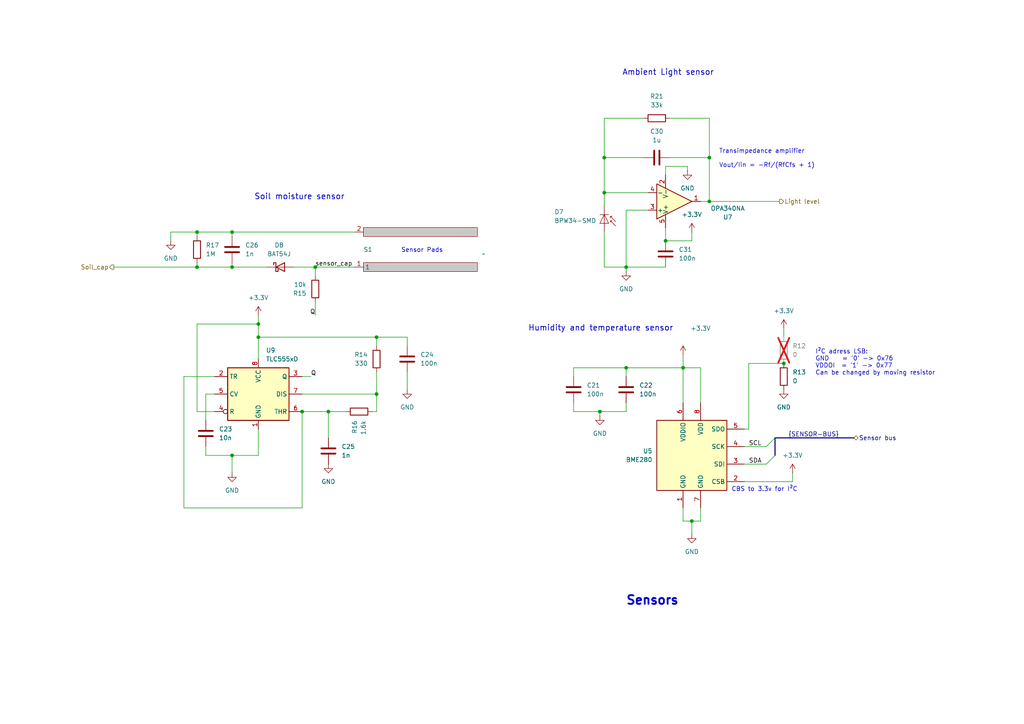
<source format=kicad_sch>
(kicad_sch (version 20231120) (generator "eeschema") (generator_version "8.0")
  (paper "A4")
  (lib_symbols
    (symbol "Amplifier_Operational:OPA340NA" (pin_names (offset 0.127))
      (property "Reference" "U" (at -1.27 6.35 0))
      (property "Value" "OPA340NA" (at -1.27 3.81 0))
      (symbol "OPA340NA_0_1"
        (polyline (pts (xy -5.08 5.08) (xy 5.08 0) (xy -5.08 -5.08) (xy -5.08 5.08)) (stroke (width 0.254)) (fill (type background)))
        (pin power_in line (at -2.54 -7.62 90) (length 3.81) (name "V-") (number "2"))
        (pin power_in line (at -2.54 7.62 270) (length 3.81) (name "V+") (number "5"))
      )
      (symbol "OPA340NA_1_1"
        (pin output line (at 7.62 0 180) (length 2.54) (name "~") (number "1"))
        (pin input line (at -7.62 2.54 0) (length 2.54) (name "+") (number "3"))
        (pin input line (at -7.62 -2.54 0) (length 2.54) (name "-") (number "4"))
      )
    )
    (symbol "Device:C" (pin_numbers hide) (pin_names (offset 0.254))
      (property "Reference" "C" (at 0.635 2.54 0))
      (property "Value" "C" (at 0.635 -2.54 0))
      (symbol "C_0_1"
        (polyline (pts (xy -2.032 -0.762) (xy 2.032 -0.762)) (stroke (width 0.508)))
        (polyline (pts (xy -2.032 0.762) (xy 2.032 0.762)) (stroke (width 0.508)))
      )
      (symbol "C_1_1"
        (pin passive line (at 0 3.81 270) (length 2.794) (name "~") (number "1"))
        (pin passive line (at 0 -3.81 90) (length 2.794) (name "~") (number "2"))
      )
    )
    (symbol "Device:R" (pin_numbers hide) (pin_names (offset 0))
      (property "Reference" "R" (at 2.032 0 90))
      (property "Value" "R" (at 0 0 90))
      (symbol "R_0_1"
        (rectangle (start -1.016 -2.54) (end 1.016 2.54) (stroke (width 0.254)))
      )
      (symbol "R_1_1"
        (pin passive line (at 0 3.81 270) (length 1.27) (name "~") (number "1"))
        (pin passive line (at 0 -3.81 90) (length 1.27) (name "~") (number "2"))
      )
    )
    (symbol "Diode:BAT54J" (pin_numbers hide) (pin_names (offset 1.016) hide)
      (property "Reference" "D" (at 0 2.54 0))
      (property "Value" "BAT54J" (at 0 -2.54 0))
      (symbol "BAT54J_0_1"
        (polyline (pts (xy 1.27 0) (xy -1.27 0)))
        (polyline (pts (xy 1.27 1.27) (xy 1.27 -1.27) (xy -1.27 0) (xy 1.27 1.27)) (stroke (width 0.254)))
        (polyline (pts (xy -1.905 0.635) (xy -1.905 1.27) (xy -1.27 1.27) (xy -1.27 -1.27) (xy -0.635 -1.27) (xy -0.635 -0.635)) (stroke (width 0.254)))
      )
      (symbol "BAT54J_1_1"
        (pin passive line (at -3.81 0 0) (length 2.54) (name "K") (number "1"))
        (pin passive line (at 3.81 0 180) (length 2.54) (name "A") (number "2"))
      )
    )
    (symbol "New_Library:Capacative_sensor"
      (property "Reference" "S" (at 2.54 -2.54 0))
      (symbol "Capacative_sensor_1_1"
        (rectangle (start 0 -3.81) (end 33.02 -6.35) (fill (type color) (color 200 200 200 1)))
        (rectangle (start 0 6.35) (end 33.02 3.81) (fill (type color) (color 200 200 200 1)))
        (pin bidirectional line (at -2.54 -5.08 0) (length 2.54) (name "1") (number "1"))
        (pin bidirectional line (at -2.54 5.08 0) (length 2.54) (name "") (number "2"))
      )
    )
    (symbol "Sensor:BME280"
      (property "Reference" "U" (at -8.89 11.43 0))
      (property "Value" "BME280" (at 7.62 11.43 0))
      (symbol "BME280_0_1"
        (rectangle (start -10.16 10.16) (end 10.16 -10.16) (stroke (width 0.254)) (fill (type background)))
      )
      (symbol "BME280_1_1"
        (pin power_in line (at -2.54 -15.24 90) (length 5.08) (name "GND") (number "1"))
        (pin input line (at 15.24 -7.62 180) (length 5.08) (name "CSB") (number "2"))
        (pin bidirectional line (at 15.24 -2.54 180) (length 5.08) (name "SDI") (number "3"))
        (pin input line (at 15.24 2.54 180) (length 5.08) (name "SCK") (number "4"))
        (pin bidirectional line (at 15.24 7.62 180) (length 5.08) (name "SDO") (number "5"))
        (pin power_in line (at -2.54 15.24 270) (length 5.08) (name "VDDIO") (number "6"))
        (pin power_in line (at 2.54 -15.24 90) (length 5.08) (name "GND") (number "7"))
        (pin power_in line (at 2.54 15.24 270) (length 5.08) (name "VDD") (number "8"))
      )
    )
    (symbol "Sensor_Optical:BPW34-SMD" (pin_numbers hide) (pin_names (offset 1.016) hide)
      (property "Reference" "D" (at 0.508 1.778 0))
      (property "Value" "BPW34-SMD" (at -1.016 -2.794 0))
      (symbol "BPW34-SMD_0_1"
        (polyline (pts (xy -2.54 1.27) (xy -2.54 -1.27)) (stroke (width 0.1524)))
        (polyline (pts (xy -2.032 1.778) (xy -1.524 1.778)))
        (polyline (pts (xy 0 -1.27) (xy 0 1.27)))
        (polyline (pts (xy 0 0) (xy -2.54 0)))
        (polyline (pts (xy -0.508 3.302) (xy -2.032 1.778) (xy -2.032 2.286)))
        (polyline (pts (xy 0 1.27) (xy -2.54 0) (xy 0 -1.27)))
        (polyline (pts (xy 0.762 3.302) (xy -0.762 1.778) (xy -0.762 2.286) (xy -0.762 1.778) (xy -0.254 1.778)))
      )
      (symbol "BPW34-SMD_1_1"
        (pin passive line (at -5.08 0 0) (length 2.54) (name "K") (number "1"))
        (pin passive line (at 2.54 0 180) (length 2.54) (name "A") (number "2"))
      )
    )
    (symbol "Timer:TLC555xD"
      (property "Reference" "U" (at -10.16 8.89 0))
      (property "Value" "TLC555xD" (at 2.54 8.89 0))
      (symbol "TLC555xD_0_0"
        (pin power_in line (at 0 -10.16 90) (length 2.54) (name "GND") (number "1"))
        (pin power_in line (at 0 10.16 270) (length 2.54) (name "VCC") (number "8"))
      )
      (symbol "TLC555xD_0_1"
        (rectangle (start -8.89 -7.62) (end 8.89 7.62) (stroke (width 0.254)) (fill (type background)))
        (rectangle (start -8.89 -7.62) (end 8.89 7.62) (stroke (width 0.254)) (fill (type background)))
      )
      (symbol "TLC555xD_1_1"
        (pin input line (at -12.7 5.08 0) (length 3.81) (name "TR") (number "2"))
        (pin output line (at 12.7 5.08 180) (length 3.81) (name "Q") (number "3"))
        (pin input inverted (at -12.7 -5.08 0) (length 3.81) (name "R") (number "4"))
        (pin input line (at -12.7 0 0) (length 3.81) (name "CV") (number "5"))
        (pin input line (at 12.7 -5.08 180) (length 3.81) (name "THR") (number "6"))
        (pin input line (at 12.7 0 180) (length 3.81) (name "DIS") (number "7"))
      )
    )
    (symbol "power:+3.3V" (power) (pin_numbers hide) (pin_names (offset 0) hide)
      (property "Value" "+3.3V" (at 0 3.556 0))
      (symbol "+3.3V_0_1"
        (polyline (pts (xy -0.762 1.27) (xy 0 2.54)))
        (polyline (pts (xy 0 0) (xy 0 2.54)))
        (polyline (pts (xy 0 2.54) (xy 0.762 1.27)))
      )
      (symbol "+3.3V_1_1"
        (pin power_in line (at 0 0 90) (length 0) (name "~") (number "1"))
      )
    )
    (symbol "power:GND" (power) (pin_numbers hide) (pin_names (offset 0) hide)
      (property "Value" "GND" (at 0 -3.81 0))
      (symbol "GND_0_1"
        (polyline (pts (xy 0 0) (xy 0 -1.27) (xy 1.27 -1.27) (xy 0 -2.54) (xy -1.27 -1.27) (xy 0 -1.27)))
      )
      (symbol "GND_1_1"
        (pin power_in line (at 0 0 270) (length 0) (name "~") (number "1"))
      )
    )
  )
  (junction (at 175.26 55.88))
  (junction (at 74.93 93.98))
  (junction (at 87.63 119.38))
  (junction (at 109.22 97.79))
  (junction (at 205.74 45.72))
  (junction (at 227.33 105.41))
  (junction (at 175.26 45.72))
  (junction (at 193.04 69.85))
  (junction (at 200.66 151.13))
  (junction (at 198.12 106.68))
  (junction (at 67.31 132.08))
  (junction (at 205.74 58.42))
  (junction (at 173.99 119.38))
  (junction (at 67.31 67.31))
  (junction (at 57.15 67.31))
  (junction (at 181.61 106.68))
  (junction (at 109.22 114.3))
  (junction (at 57.15 77.47))
  (junction (at 91.44 77.47))
  (junction (at 95.25 119.38))
  (junction (at 74.93 97.79))
  (junction (at 67.31 77.47))
  (junction (at 181.61 77.47))
  (bus_entry (at 224.79 127) (size -2.54 2.54))
  (bus_entry (at 224.79 132.08) (size -2.54 2.54))
  (wire (pts (xy 87.63 109.22) (xy 90.17 109.22)))
  (wire (pts (xy 77.47 77.47) (xy 67.31 77.47)))
  (wire (pts (xy 203.2 58.42) (xy 205.74 58.42)))
  (wire (pts (xy 59.69 114.3) (xy 59.69 121.92)))
  (wire (pts (xy 49.53 67.31) (xy 57.15 67.31)))
  (wire (pts (xy 62.23 114.3) (xy 59.69 114.3)))
  (wire (pts (xy 181.61 78.74) (xy 181.61 77.47)))
  (wire (pts (xy 205.74 58.42) (xy 226.06 58.42)))
  (wire (pts (xy 102.87 77.47) (xy 91.44 77.47)))
  (wire (pts (xy 193.04 48.26) (xy 199.39 48.26)))
  (wire (pts (xy 109.22 119.38) (xy 109.22 114.3)))
  (wire (pts (xy 198.12 147.32) (xy 198.12 151.13)))
  (wire (pts (xy 95.25 119.38) (xy 95.25 127)))
  (wire (pts (xy 217.17 124.46) (xy 217.17 105.41)))
  (wire (pts (xy 200.66 154.94) (xy 200.66 151.13)))
  (wire (pts (xy 181.61 60.96) (xy 181.61 77.47)))
  (wire (pts (xy 74.93 97.79) (xy 74.93 104.14)))
  (wire (pts (xy 186.69 45.72) (xy 175.26 45.72)))
  (wire (pts (xy 67.31 132.08) (xy 74.93 132.08)))
  (wire (pts (xy 200.66 69.85) (xy 193.04 69.85)))
  (wire (pts (xy 203.2 106.68) (xy 198.12 106.68)))
  (wire (pts (xy 57.15 77.47) (xy 33.02 77.47)))
  (wire (pts (xy 95.25 119.38) (xy 100.33 119.38)))
  (wire (pts (xy 87.63 119.38) (xy 87.63 147.32)))
  (wire (pts (xy 193.04 66.04) (xy 193.04 69.85)))
  (wire (pts (xy 49.53 69.85) (xy 49.53 67.31)))
  (wire (pts (xy 217.17 105.41) (xy 227.33 105.41)))
  (wire (pts (xy 57.15 93.98) (xy 74.93 93.98)))
  (wire (pts (xy 194.31 34.29) (xy 205.74 34.29)))
  (wire (pts (xy 215.9 129.54) (xy 222.25 129.54)))
  (wire (pts (xy 215.9 134.62) (xy 222.25 134.62)))
  (wire (pts (xy 57.15 68.58) (xy 57.15 67.31)))
  (wire (pts (xy 175.26 45.72) (xy 175.26 55.88)))
  (wire (pts (xy 67.31 132.08) (xy 67.31 137.16)))
  (wire (pts (xy 53.34 109.22) (xy 62.23 109.22)))
  (wire (pts (xy 74.93 124.46) (xy 74.93 132.08)))
  (wire (pts (xy 91.44 87.63) (xy 91.44 91.44)))
  (wire (pts (xy 203.2 151.13) (xy 200.66 151.13)))
  (wire (pts (xy 74.93 93.98) (xy 74.93 97.79)))
  (wire (pts (xy 74.93 97.79) (xy 109.22 97.79)))
  (wire (pts (xy 67.31 67.31) (xy 102.87 67.31)))
  (bus (pts (xy 224.79 127) (xy 247.65 127)))
  (wire (pts (xy 173.99 120.65) (xy 173.99 119.38)))
  (wire (pts (xy 200.66 151.13) (xy 198.12 151.13)))
  (wire (pts (xy 87.63 147.32) (xy 53.34 147.32)))
  (wire (pts (xy 175.26 34.29) (xy 175.26 45.72)))
  (wire (pts (xy 57.15 77.47) (xy 67.31 77.47)))
  (wire (pts (xy 205.74 45.72) (xy 194.31 45.72)))
  (wire (pts (xy 181.61 77.47) (xy 193.04 77.47)))
  (wire (pts (xy 109.22 97.79) (xy 118.11 97.79)))
  (wire (pts (xy 57.15 119.38) (xy 62.23 119.38)))
  (wire (pts (xy 186.69 34.29) (xy 175.26 34.29)))
  (wire (pts (xy 85.09 77.47) (xy 91.44 77.47)))
  (wire (pts (xy 181.61 106.68) (xy 166.37 106.68)))
  (wire (pts (xy 166.37 106.68) (xy 166.37 109.22)))
  (wire (pts (xy 203.2 147.32) (xy 203.2 151.13)))
  (wire (pts (xy 175.26 77.47) (xy 181.61 77.47)))
  (wire (pts (xy 198.12 102.87) (xy 198.12 106.68)))
  (wire (pts (xy 198.12 106.68) (xy 181.61 106.68)))
  (wire (pts (xy 198.12 116.84) (xy 198.12 106.68)))
  (wire (pts (xy 118.11 97.79) (xy 118.11 100.33)))
  (wire (pts (xy 215.9 124.46) (xy 217.17 124.46)))
  (wire (pts (xy 107.95 119.38) (xy 109.22 119.38)))
  (wire (pts (xy 57.15 77.47) (xy 57.15 76.2)))
  (wire (pts (xy 57.15 67.31) (xy 67.31 67.31)))
  (wire (pts (xy 87.63 119.38) (xy 95.25 119.38)))
  (wire (pts (xy 181.61 106.68) (xy 181.61 109.22)))
  (wire (pts (xy 175.26 67.31) (xy 175.26 77.47)))
  (wire (pts (xy 91.44 80.01) (xy 91.44 77.47)))
  (wire (pts (xy 227.33 95.25) (xy 227.33 97.79)))
  (wire (pts (xy 199.39 48.26) (xy 199.39 49.53)))
  (wire (pts (xy 200.66 67.31) (xy 200.66 69.85)))
  (wire (pts (xy 67.31 76.2) (xy 67.31 77.47)))
  (wire (pts (xy 215.9 139.7) (xy 229.87 139.7)))
  (wire (pts (xy 59.69 132.08) (xy 67.31 132.08)))
  (wire (pts (xy 181.61 119.38) (xy 173.99 119.38)))
  (wire (pts (xy 205.74 34.29) (xy 205.74 45.72)))
  (wire (pts (xy 166.37 119.38) (xy 166.37 116.84)))
  (wire (pts (xy 87.63 114.3) (xy 109.22 114.3)))
  (wire (pts (xy 74.93 91.44) (xy 74.93 93.98)))
  (wire (pts (xy 57.15 93.98) (xy 57.15 119.38)))
  (wire (pts (xy 109.22 107.95) (xy 109.22 114.3)))
  (wire (pts (xy 67.31 68.58) (xy 67.31 67.31)))
  (wire (pts (xy 173.99 119.38) (xy 166.37 119.38)))
  (wire (pts (xy 53.34 109.22) (xy 53.34 147.32)))
  (wire (pts (xy 229.87 137.16) (xy 229.87 139.7)))
  (bus (pts (xy 224.79 127) (xy 224.79 132.08)))
  (wire (pts (xy 175.26 55.88) (xy 175.26 59.69)))
  (wire (pts (xy 175.26 55.88) (xy 187.96 55.88)))
  (wire (pts (xy 181.61 116.84) (xy 181.61 119.38)))
  (wire (pts (xy 205.74 45.72) (xy 205.74 58.42)))
  (wire (pts (xy 59.69 129.54) (xy 59.69 132.08)))
  (wire (pts (xy 203.2 116.84) (xy 203.2 106.68)))
  (wire (pts (xy 118.11 107.95) (xy 118.11 113.03)))
  (wire (pts (xy 187.96 60.96) (xy 181.61 60.96)))
  (wire (pts (xy 109.22 97.79) (xy 109.22 100.33)))
  (wire (pts (xy 193.04 48.26) (xy 193.04 50.8)))
  (text "CBS to 3.3v for I²C" (at 221.742 141.986 0) (effects (font (size 1.27 1.27))))
  (text "Sensor Pads" (at 122.428 72.644 0) (effects (font (size 1.27 1.27))))
  (text "I²C adress LSB:\nGND    = '0' -> 0x76\nVDDOI  = '1' -> 0x77\nCan be changed by moving resistor" (at 236.474 105.156 0) (effects (font (size 1.27 1.27)) (justify left)))
  (text "Soil moisture sensor" (at 86.868 57.15 0) (effects (font (size 1.651 1.651) (thickness 0.2064))))
  (text "Transimpedance amplifier\n\nVout/Iin = -Rf/(RfCfs + 1)" (at 208.534 45.974 0) (effects (font (size 1.27 1.27)) (justify left)))
  (text "Humidity and temperature sensor" (at 174.244 95.25 0) (effects (font (size 1.651 1.651) (thickness 0.2064))))
  (text "Sensors" (at 189.23 174.244 0) (effects (font (size 2.54 2.54) (thickness 0.508) (bold yes))))
  (text "Ambient Light sensor" (at 193.802 21.082 0) (effects (font (size 1.651 1.651) (thickness 0.2064))))
  (label "SCL" (at 217.17 129.54 0))
  (label "Q" (at 91.44 91.44 180))
  (label "Q" (at 90.17 109.22 0))
  (label "SDA" (at 217.17 134.62 0))
  (label "{SENSOR-BUS}" (at 228.6 127 0))
  (label "sensor_cap" (at 91.44 77.47 0))
  (hierarchical_label "Soil_cap" (shape output) (at 33.02 77.47 180))
  (hierarchical_label "Sensor bus" (shape bidirectional) (at 247.65 127 0))
  (hierarchical_label "Light level" (shape output) (at 226.06 58.42 0))
  (symbol (lib_id "power:GND") (at 199.39 49.53 0) (unit 1)
    (property "Reference" "#PWR058" (effects (hide yes)))
    (property "Value" "GND" (at 199.39 54.61 0))
    (property "Description" "Power symbol creates a global label with name \"GND\" , ground" (effects (hide yes)))
  )
  (symbol (lib_id "Device:R") (at 104.14 119.38 270) (mirror x) (unit 1)
    (property "Reference" "R16" (at 102.8699 121.92 0) (effects (justify right)))
    (property "Value" "1.6k" (at 105.4099 121.92 0) (effects (justify right)))
    (property "Footprint" "Resistor_SMD:R_0603_1608Metric" (effects (hide yes)))
    (property "Description" "Resistor" (effects (hide yes)))
  )
  (symbol (lib_id "Device:C") (at 166.37 113.03 0) (unit 1)
    (property "Reference" "C21" (at 170.18 111.7599 0) (effects (justify left)))
    (property "Value" "100n" (at 170.18 114.2999 0) (effects (justify left)))
    (property "Footprint" "Capacitor_SMD:C_0402_1005Metric" (effects (hide yes)))
    (property "Description" "Unpolarized capacitor" (effects (hide yes)))
  )
  (symbol (lib_id "power:GND") (at 173.99 120.65 0) (unit 1)
    (property "Reference" "#PWR039" (effects (hide yes)))
    (property "Value" "GND" (at 173.99 125.73 0))
    (property "Description" "Power symbol creates a global label with name \"GND\" , ground" (effects (hide yes)))
  )
  (symbol (lib_id "Device:R") (at 91.44 83.82 180) (unit 1)
    (property "Reference" "R15" (at 88.9 85.0901 0) (effects (justify left)))
    (property "Value" "10k" (at 88.9 82.5501 0) (effects (justify left)))
    (property "Footprint" "Resistor_SMD:R_0402_1005Metric" (effects (hide yes)))
    (property "Description" "Resistor" (effects (hide yes)))
  )
  (symbol (lib_id "Device:R") (at 227.33 101.6 0) (unit 1) (in_bom no) (dnp yes)
    (property "Reference" "R12" (at 229.87 100.3299 0) (effects (justify left)))
    (property "Value" "0" (at 229.87 102.8699 0) (effects (justify left)))
    (property "Footprint" "Resistor_SMD:R_0603_1608Metric" (effects (hide yes)))
    (property "Description" "Resistor" (effects (hide yes)))
  )
  (symbol (lib_id "Device:C") (at 193.04 73.66 0) (unit 1)
    (property "Reference" "C31" (at 196.85 72.3899 0) (effects (justify left)))
    (property "Value" "100n" (at 196.85 74.9299 0) (effects (justify left)))
    (property "Footprint" "Capacitor_SMD:C_0402_1005Metric" (effects (hide yes)))
    (property "Description" "Unpolarized capacitor" (effects (hide yes)))
  )
  (symbol (lib_id "power:GND") (at 95.25 134.62 0) (unit 1)
    (property "Reference" "#PWR048" (effects (hide yes)))
    (property "Value" "GND" (at 95.25 139.7 0))
    (property "Description" "Power symbol creates a global label with name \"GND\" , ground" (effects (hide yes)))
  )
  (symbol (lib_id "Device:R") (at 190.5 34.29 90) (unit 1)
    (property "Reference" "R21" (at 190.5 27.94 90))
    (property "Value" "33k" (at 190.5 30.48 90))
    (property "Footprint" "Resistor_SMD:R_0402_1005Metric" (effects (hide yes)))
    (property "Description" "Resistor" (effects (hide yes)))
  )
  (symbol (lib_id "Device:C") (at 59.69 125.73 0) (unit 1)
    (property "Reference" "C23" (at 63.5 124.4599 0) (effects (justify left)))
    (property "Value" "10n" (at 63.5 126.9999 0) (effects (justify left)))
    (property "Footprint" "Capacitor_SMD:C_0402_1005Metric" (effects (hide yes)))
    (property "Description" "Unpolarized capacitor" (effects (hide yes)))
  )
  (symbol (lib_id "Sensor:BME280") (at 200.66 132.08 0) (unit 1)
    (property "Reference" "U5" (at 189.23 130.8099 0) (effects (justify right)))
    (property "Value" "BME280" (at 189.23 133.3499 0) (effects (justify right)))
    (property "Footprint" "Package_LGA:Bosch_LGA-8_2.5x2.5mm_P0.65mm_ClockwisePinNumbering" (effects (hide yes)))
    (property "Datasheet" "https://www.bosch-sensortec.com/media/boschsensortec/downloads/datasheets/bst-bme280-ds002.pdf" (effects (hide yes)))
    (property "Description" "3-in-1 sensor, humidity, pressure, temperature, I2C and SPI interface, 1.71-3.6V, LGA-8" (effects (hide yes)))
  )
  (symbol (lib_id "power:GND") (at 181.61 78.74 0) (unit 1)
    (property "Reference" "#PWR060" (effects (hide yes)))
    (property "Value" "GND" (at 181.61 83.82 0))
    (property "Description" "Power symbol creates a global label with name \"GND\" , ground" (effects (hide yes)))
  )
  (symbol (lib_id "Device:C") (at 190.5 45.72 90) (unit 1)
    (property "Reference" "C30" (at 190.5 38.1 90))
    (property "Value" "1u" (at 190.5 40.64 90))
    (property "Footprint" "Capacitor_SMD:C_0603_1608Metric" (effects (hide yes)))
    (property "Description" "Unpolarized capacitor" (effects (hide yes)))
  )
  (symbol (lib_id "Diode:BAT54J") (at 81.28 77.47 0) (unit 1)
    (property "Reference" "D8" (at 80.9625 71.12 0))
    (property "Value" "BAT54J" (at 80.9625 73.66 0))
    (property "Footprint" "Diode_SMD:D_SOD-323F" (effects (hide yes)))
    (property "Datasheet" "https://assets.nexperia.com/documents/data-sheet/BAT54J.pdf" (effects (hide yes)))
    (property "Description" "30V 200mA Schottky diode, SOD-323F" (effects (hide yes)))
  )
  (symbol (lib_id "power:GND") (at 227.33 113.03 0) (unit 1)
    (property "Reference" "#PWR043" (effects (hide yes)))
    (property "Value" "GND" (at 227.33 118.11 0))
    (property "Description" "Power symbol creates a global label with name \"GND\" , ground" (effects (hide yes)))
  )
  (symbol (lib_id "power:GND") (at 200.66 154.94 0) (unit 1)
    (property "Reference" "#PWR041" (effects (hide yes)))
    (property "Value" "GND" (at 200.66 160.02 0))
    (property "Description" "Power symbol creates a global label with name \"GND\" , ground" (effects (hide yes)))
  )
  (symbol (lib_id "Device:C") (at 95.25 130.81 0) (unit 1)
    (property "Reference" "C25" (at 99.06 129.5399 0) (effects (justify left)))
    (property "Value" "1n" (at 99.06 132.0799 0) (effects (justify left)))
    (property "Footprint" "Capacitor_SMD:C_0402_1005Metric" (effects (hide yes)))
    (property "Description" "Unpolarized capacitor" (effects (hide yes)))
  )
  (symbol (lib_id "Device:C") (at 118.11 104.14 0) (unit 1)
    (property "Reference" "C24" (at 121.92 102.8699 0) (effects (justify left)))
    (property "Value" "100n" (at 121.92 105.4099 0) (effects (justify left)))
    (property "Footprint" "Capacitor_SMD:C_0402_1005Metric" (effects (hide yes)))
    (property "Description" "Unpolarized capacitor" (effects (hide yes)))
  )
  (symbol (lib_id "power:+3.3V") (at 74.93 91.44 0) (unit 1)
    (property "Reference" "#PWR045" (effects (hide yes)))
    (property "Value" "+3.3V" (at 74.93 86.36 0))
    (property "Description" "Power symbol creates a global label with name \"+3.3V\"" (effects (hide yes)))
  )
  (symbol (lib_id "power:+3.3V") (at 198.12 102.87 0) (unit 1)
    (property "Reference" "#PWR040" (effects (hide yes)))
    (property "Value" "+3.3V" (at 203.2 95.25 0))
    (property "Description" "Power symbol creates a global label with name \"+3.3V\"" (effects (hide yes)))
  )
  (symbol (lib_id "power:+3.3V") (at 227.33 95.25 0) (unit 1)
    (property "Reference" "#PWR042" (effects (hide yes)))
    (property "Value" "+3.3V" (at 227.33 90.17 0))
    (property "Description" "Power symbol creates a global label with name \"+3.3V\"" (effects (hide yes)))
  )
  (symbol (lib_id "power:+3.3V") (at 200.66 67.31 0) (unit 1)
    (property "Reference" "#PWR059" (effects (hide yes)))
    (property "Value" "+3.3V" (at 200.66 62.23 0))
    (property "Description" "Power symbol creates a global label with name \"+3.3V\"" (effects (hide yes)))
  )
  (symbol (lib_id "Device:R") (at 227.33 109.22 0) (unit 1)
    (property "Reference" "R13" (at 229.87 107.9499 0) (effects (justify left)))
    (property "Value" "0" (at 229.87 110.4899 0) (effects (justify left)))
    (property "Footprint" "Resistor_SMD:R_0603_1608Metric" (effects (hide yes)))
    (property "Description" "Resistor" (effects (hide yes)))
  )
  (symbol (lib_id "power:GND") (at 118.11 113.03 0) (unit 1)
    (property "Reference" "#PWR047" (effects (hide yes)))
    (property "Value" "GND" (at 118.11 118.11 0))
    (property "Description" "Power symbol creates a global label with name \"GND\" , ground" (effects (hide yes)))
  )
  (symbol (lib_id "Device:R") (at 57.15 72.39 0) (unit 1)
    (property "Reference" "R17" (at 59.69 71.1199 0) (effects (justify left)))
    (property "Value" "1M" (at 59.69 73.6599 0) (effects (justify left)))
    (property "Footprint" "Resistor_SMD:R_0402_1005Metric" (effects (hide yes)))
    (property "Description" "Resistor" (effects (hide yes)))
  )
  (symbol (lib_id "power:GND") (at 49.53 69.85 0) (unit 1)
    (property "Reference" "#PWR049" (effects (hide yes)))
    (property "Value" "GND" (at 49.53 74.93 0))
    (property "Description" "Power symbol creates a global label with name \"GND\" , ground" (effects (hide yes)))
  )
  (symbol (lib_id "power:+3.3V") (at 229.87 137.16 0) (unit 1)
    (property "Reference" "#PWR044" (effects (hide yes)))
    (property "Value" "+3.3V" (at 229.87 132.08 0))
    (property "Description" "Power symbol creates a global label with name \"+3.3V\"" (effects (hide yes)))
  )
  (symbol (lib_id "Device:C") (at 67.31 72.39 0) (unit 1)
    (property "Reference" "C26" (at 71.12 71.1199 0) (effects (justify left)))
    (property "Value" "1n" (at 71.12 73.6599 0) (effects (justify left)))
    (property "Footprint" "Capacitor_SMD:C_0402_1005Metric" (effects (hide yes)))
    (property "Description" "Unpolarized capacitor" (effects (hide yes)))
  )
  (symbol (lib_id "New_Library:Capacative_sensor") (at 105.41 72.39 0) (unit 1)
    (property "Reference" "S1" (at 105.41 72.39 0) (effects (justify left)))
    (property "Value" "~" (at 139.7 73.66 0) (effects (justify left)))
    (property "Footprint" "Project_Library:Moisture_sensor_pads" (effects (hide yes)))
  )
  (symbol (lib_id "Sensor_Optical:BPW34-SMD") (at 175.26 64.77 270) (unit 1)
    (property "Reference" "D7" (at 160.782 61.468 90) (effects (justify left)))
    (property "Value" "BPW34-SMD" (at 160.782 64.008 90) (effects (justify left)))
    (property "Footprint" "OptoDevice:Osram_BPW34S-SMD" (effects (hide yes)))
    (property "Datasheet" "https://dammedia.osram.info/media/resource/hires/osram-dam-5488319/BPW%2034%20S_EN.pdf" (effects (hide yes)))
    (property "Description" "Silicon PIN Photodiode, Area 2.65x2.65mm" (effects (hide yes)))
  )
  (symbol (lib_id "Amplifier_Operational:OPA340NA") (at 195.58 58.42 0) (mirror x) (unit 1)
    (property "Reference" "U7" (at 211.074 62.992 0))
    (property "Value" "OPA340NA" (at 211.074 60.452 0))
    (property "Footprint" "Package_TO_SOT_SMD:SOT-23-5" (effects (hide yes)))
    (property "Datasheet" "http://www.ti.com/lit/ds/symlink/opa340.pdf" (effects (hide yes)))
    (property "Description" "Single Single-Supply, Rail-to-Rail Operational Amplifier, MicroAmplifier Series, SOT-23-5" (effects (hide yes)))
  )
  (symbol (lib_id "Device:C") (at 181.61 113.03 0) (unit 1)
    (property "Reference" "C22" (at 185.42 111.7599 0) (effects (justify left)))
    (property "Value" "100n" (at 185.42 114.2999 0) (effects (justify left)))
    (property "Footprint" "Capacitor_SMD:C_0402_1005Metric" (effects (hide yes)))
    (property "Description" "Unpolarized capacitor" (effects (hide yes)))
  )
  (symbol (lib_id "power:GND") (at 67.31 137.16 0) (unit 1)
    (property "Reference" "#PWR046" (effects (hide yes)))
    (property "Value" "GND" (at 67.31 142.24 0))
    (property "Description" "Power symbol creates a global label with name \"GND\" , ground" (effects (hide yes)))
  )
  (symbol (lib_id "Timer:TLC555xD") (at 74.93 114.3 0) (unit 1)
    (property "Reference" "U9" (at 77.1241 101.6 0) (effects (justify left)))
    (property "Value" "TLC555xD" (at 77.1241 104.14 0) (effects (justify left)))
    (property "Footprint" "Package_SO:SOIC-8_3.9x4.9mm_P1.27mm" (effects (hide yes)))
    (property "Datasheet" "http://www.ti.com/lit/ds/symlink/tlc555.pdf" (effects (hide yes)))
    (property "Description" "Single LinCMOS Timer, 555 compatible, SOIC-8" (effects (hide yes)))
  )
  (symbol (lib_id "Device:R") (at 109.22 104.14 0) (mirror x) (unit 1)
    (property "Reference" "R14" (at 106.68 102.8699 0) (effects (justify right)))
    (property "Value" "330" (at 106.68 105.4099 0) (effects (justify right)))
    (property "Footprint" "Resistor_SMD:R_0603_1608Metric" (effects (hide yes)))
    (property "Description" "Resistor" (effects (hide yes)))
  )
)
</source>
